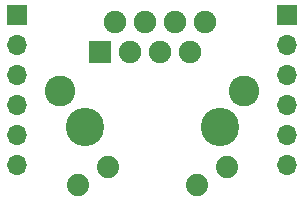
<source format=gbr>
%TF.GenerationSoftware,KiCad,Pcbnew,6.0.0*%
%TF.CreationDate,2022-01-15T20:08:09+00:00*%
%TF.ProjectId,amphenol-magjack,616d7068-656e-46f6-9c2d-6d61676a6163,rev?*%
%TF.SameCoordinates,Original*%
%TF.FileFunction,Soldermask,Top*%
%TF.FilePolarity,Negative*%
%FSLAX46Y46*%
G04 Gerber Fmt 4.6, Leading zero omitted, Abs format (unit mm)*
G04 Created by KiCad (PCBNEW 6.0.0) date 2022-01-15 20:08:09*
%MOMM*%
%LPD*%
G01*
G04 APERTURE LIST*
%ADD10R,1.700000X1.700000*%
%ADD11O,1.700000X1.700000*%
%ADD12C,3.250000*%
%ADD13C,2.600000*%
%ADD14C,1.890000*%
%ADD15R,1.900000X1.900000*%
%ADD16C,1.900000*%
G04 APERTURE END LIST*
D10*
%TO.C,J1*%
X165100000Y-81280000D03*
D11*
X165100000Y-83820000D03*
X165100000Y-86360000D03*
X165100000Y-88900000D03*
X165100000Y-91440000D03*
X165100000Y-93980000D03*
%TD*%
D10*
%TO.C,J2*%
X187960000Y-81280000D03*
D11*
X187960000Y-83820000D03*
X187960000Y-86360000D03*
X187960000Y-88900000D03*
X187960000Y-91440000D03*
X187960000Y-93980000D03*
%TD*%
D12*
%TO.C,J3*%
X182245000Y-90775000D03*
X170815000Y-90775000D03*
D13*
X184305000Y-87725000D03*
X168755000Y-87725000D03*
D14*
X182855000Y-94155000D03*
X180315000Y-95675000D03*
X172745000Y-94155000D03*
X170205000Y-95675000D03*
D15*
X172085000Y-84435000D03*
D16*
X173355000Y-81895000D03*
X174625000Y-84435000D03*
X175895000Y-81895000D03*
X177165000Y-84435000D03*
X178435000Y-81895000D03*
X179705000Y-84435000D03*
X180975000Y-81895000D03*
%TD*%
M02*

</source>
